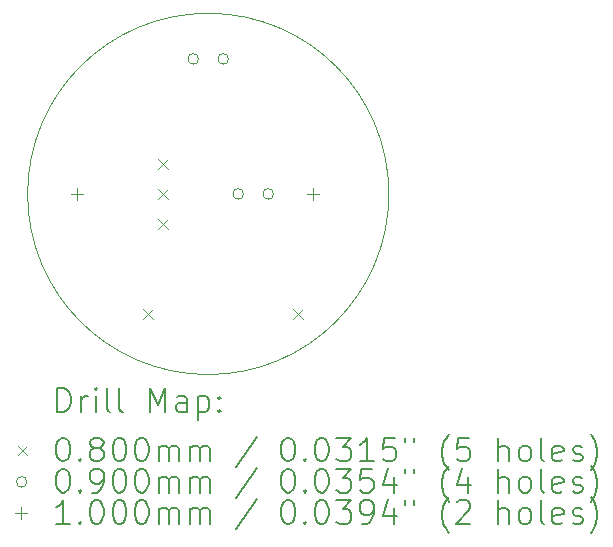
<source format=gbr>
%TF.GenerationSoftware,KiCad,Pcbnew,6.0.7*%
%TF.CreationDate,2022-09-06T10:13:32+02:00*%
%TF.ProjectId,gluhwurmchen,676c7568-7775-4726-9d63-68656e2e6b69,rev?*%
%TF.SameCoordinates,Original*%
%TF.FileFunction,Drillmap*%
%TF.FilePolarity,Positive*%
%FSLAX45Y45*%
G04 Gerber Fmt 4.5, Leading zero omitted, Abs format (unit mm)*
G04 Created by KiCad (PCBNEW 6.0.7) date 2022-09-06 10:13:32*
%MOMM*%
%LPD*%
G01*
G04 APERTURE LIST*
%ADD10C,0.100000*%
%ADD11C,0.200000*%
%ADD12C,0.080000*%
%ADD13C,0.090000*%
G04 APERTURE END LIST*
D10*
X9784283Y-8890000D02*
G75*
G03*
X9784283Y-8890000I-1529283J0D01*
G01*
D11*
D12*
X7707000Y-9866000D02*
X7787000Y-9946000D01*
X7787000Y-9866000D02*
X7707000Y-9946000D01*
X7834000Y-8596000D02*
X7914000Y-8676000D01*
X7914000Y-8596000D02*
X7834000Y-8676000D01*
X7834000Y-8850000D02*
X7914000Y-8930000D01*
X7914000Y-8850000D02*
X7834000Y-8930000D01*
X7834000Y-9104000D02*
X7914000Y-9184000D01*
X7914000Y-9104000D02*
X7834000Y-9184000D01*
X8977000Y-9866000D02*
X9057000Y-9946000D01*
X9057000Y-9866000D02*
X8977000Y-9946000D01*
D13*
X8173000Y-7747000D02*
G75*
G03*
X8173000Y-7747000I-45000J0D01*
G01*
X8427000Y-7747000D02*
G75*
G03*
X8427000Y-7747000I-45000J0D01*
G01*
X8554000Y-8890000D02*
G75*
G03*
X8554000Y-8890000I-45000J0D01*
G01*
X8808000Y-8890000D02*
G75*
G03*
X8808000Y-8890000I-45000J0D01*
G01*
D10*
X7144000Y-8840000D02*
X7144000Y-8940000D01*
X7094000Y-8890000D02*
X7194000Y-8890000D01*
X9144000Y-8840000D02*
X9144000Y-8940000D01*
X9094000Y-8890000D02*
X9194000Y-8890000D01*
D11*
X6978336Y-10734759D02*
X6978336Y-10534759D01*
X7025955Y-10534759D01*
X7054527Y-10544283D01*
X7073575Y-10563330D01*
X7083098Y-10582378D01*
X7092622Y-10620473D01*
X7092622Y-10649044D01*
X7083098Y-10687140D01*
X7073575Y-10706187D01*
X7054527Y-10725235D01*
X7025955Y-10734759D01*
X6978336Y-10734759D01*
X7178336Y-10734759D02*
X7178336Y-10601425D01*
X7178336Y-10639521D02*
X7187860Y-10620473D01*
X7197384Y-10610949D01*
X7216432Y-10601425D01*
X7235479Y-10601425D01*
X7302146Y-10734759D02*
X7302146Y-10601425D01*
X7302146Y-10534759D02*
X7292622Y-10544283D01*
X7302146Y-10553806D01*
X7311670Y-10544283D01*
X7302146Y-10534759D01*
X7302146Y-10553806D01*
X7425955Y-10734759D02*
X7406908Y-10725235D01*
X7397384Y-10706187D01*
X7397384Y-10534759D01*
X7530717Y-10734759D02*
X7511670Y-10725235D01*
X7502146Y-10706187D01*
X7502146Y-10534759D01*
X7759289Y-10734759D02*
X7759289Y-10534759D01*
X7825955Y-10677616D01*
X7892622Y-10534759D01*
X7892622Y-10734759D01*
X8073575Y-10734759D02*
X8073575Y-10629997D01*
X8064051Y-10610949D01*
X8045003Y-10601425D01*
X8006908Y-10601425D01*
X7987860Y-10610949D01*
X8073575Y-10725235D02*
X8054527Y-10734759D01*
X8006908Y-10734759D01*
X7987860Y-10725235D01*
X7978336Y-10706187D01*
X7978336Y-10687140D01*
X7987860Y-10668092D01*
X8006908Y-10658568D01*
X8054527Y-10658568D01*
X8073575Y-10649044D01*
X8168813Y-10601425D02*
X8168813Y-10801425D01*
X8168813Y-10610949D02*
X8187860Y-10601425D01*
X8225955Y-10601425D01*
X8245003Y-10610949D01*
X8254527Y-10620473D01*
X8264051Y-10639521D01*
X8264051Y-10696663D01*
X8254527Y-10715711D01*
X8245003Y-10725235D01*
X8225955Y-10734759D01*
X8187860Y-10734759D01*
X8168813Y-10725235D01*
X8349765Y-10715711D02*
X8359289Y-10725235D01*
X8349765Y-10734759D01*
X8340241Y-10725235D01*
X8349765Y-10715711D01*
X8349765Y-10734759D01*
X8349765Y-10610949D02*
X8359289Y-10620473D01*
X8349765Y-10629997D01*
X8340241Y-10620473D01*
X8349765Y-10610949D01*
X8349765Y-10629997D01*
D12*
X6640717Y-11024283D02*
X6720717Y-11104283D01*
X6720717Y-11024283D02*
X6640717Y-11104283D01*
D11*
X7016432Y-10954759D02*
X7035479Y-10954759D01*
X7054527Y-10964283D01*
X7064051Y-10973806D01*
X7073575Y-10992854D01*
X7083098Y-11030949D01*
X7083098Y-11078568D01*
X7073575Y-11116663D01*
X7064051Y-11135711D01*
X7054527Y-11145235D01*
X7035479Y-11154759D01*
X7016432Y-11154759D01*
X6997384Y-11145235D01*
X6987860Y-11135711D01*
X6978336Y-11116663D01*
X6968813Y-11078568D01*
X6968813Y-11030949D01*
X6978336Y-10992854D01*
X6987860Y-10973806D01*
X6997384Y-10964283D01*
X7016432Y-10954759D01*
X7168813Y-11135711D02*
X7178336Y-11145235D01*
X7168813Y-11154759D01*
X7159289Y-11145235D01*
X7168813Y-11135711D01*
X7168813Y-11154759D01*
X7292622Y-11040473D02*
X7273575Y-11030949D01*
X7264051Y-11021425D01*
X7254527Y-11002378D01*
X7254527Y-10992854D01*
X7264051Y-10973806D01*
X7273575Y-10964283D01*
X7292622Y-10954759D01*
X7330717Y-10954759D01*
X7349765Y-10964283D01*
X7359289Y-10973806D01*
X7368813Y-10992854D01*
X7368813Y-11002378D01*
X7359289Y-11021425D01*
X7349765Y-11030949D01*
X7330717Y-11040473D01*
X7292622Y-11040473D01*
X7273575Y-11049997D01*
X7264051Y-11059521D01*
X7254527Y-11078568D01*
X7254527Y-11116663D01*
X7264051Y-11135711D01*
X7273575Y-11145235D01*
X7292622Y-11154759D01*
X7330717Y-11154759D01*
X7349765Y-11145235D01*
X7359289Y-11135711D01*
X7368813Y-11116663D01*
X7368813Y-11078568D01*
X7359289Y-11059521D01*
X7349765Y-11049997D01*
X7330717Y-11040473D01*
X7492622Y-10954759D02*
X7511670Y-10954759D01*
X7530717Y-10964283D01*
X7540241Y-10973806D01*
X7549765Y-10992854D01*
X7559289Y-11030949D01*
X7559289Y-11078568D01*
X7549765Y-11116663D01*
X7540241Y-11135711D01*
X7530717Y-11145235D01*
X7511670Y-11154759D01*
X7492622Y-11154759D01*
X7473575Y-11145235D01*
X7464051Y-11135711D01*
X7454527Y-11116663D01*
X7445003Y-11078568D01*
X7445003Y-11030949D01*
X7454527Y-10992854D01*
X7464051Y-10973806D01*
X7473575Y-10964283D01*
X7492622Y-10954759D01*
X7683098Y-10954759D02*
X7702146Y-10954759D01*
X7721194Y-10964283D01*
X7730717Y-10973806D01*
X7740241Y-10992854D01*
X7749765Y-11030949D01*
X7749765Y-11078568D01*
X7740241Y-11116663D01*
X7730717Y-11135711D01*
X7721194Y-11145235D01*
X7702146Y-11154759D01*
X7683098Y-11154759D01*
X7664051Y-11145235D01*
X7654527Y-11135711D01*
X7645003Y-11116663D01*
X7635479Y-11078568D01*
X7635479Y-11030949D01*
X7645003Y-10992854D01*
X7654527Y-10973806D01*
X7664051Y-10964283D01*
X7683098Y-10954759D01*
X7835479Y-11154759D02*
X7835479Y-11021425D01*
X7835479Y-11040473D02*
X7845003Y-11030949D01*
X7864051Y-11021425D01*
X7892622Y-11021425D01*
X7911670Y-11030949D01*
X7921194Y-11049997D01*
X7921194Y-11154759D01*
X7921194Y-11049997D02*
X7930717Y-11030949D01*
X7949765Y-11021425D01*
X7978336Y-11021425D01*
X7997384Y-11030949D01*
X8006908Y-11049997D01*
X8006908Y-11154759D01*
X8102146Y-11154759D02*
X8102146Y-11021425D01*
X8102146Y-11040473D02*
X8111670Y-11030949D01*
X8130717Y-11021425D01*
X8159289Y-11021425D01*
X8178336Y-11030949D01*
X8187860Y-11049997D01*
X8187860Y-11154759D01*
X8187860Y-11049997D02*
X8197384Y-11030949D01*
X8216432Y-11021425D01*
X8245003Y-11021425D01*
X8264051Y-11030949D01*
X8273575Y-11049997D01*
X8273575Y-11154759D01*
X8664051Y-10945235D02*
X8492622Y-11202378D01*
X8921194Y-10954759D02*
X8940241Y-10954759D01*
X8959289Y-10964283D01*
X8968813Y-10973806D01*
X8978337Y-10992854D01*
X8987860Y-11030949D01*
X8987860Y-11078568D01*
X8978337Y-11116663D01*
X8968813Y-11135711D01*
X8959289Y-11145235D01*
X8940241Y-11154759D01*
X8921194Y-11154759D01*
X8902146Y-11145235D01*
X8892622Y-11135711D01*
X8883098Y-11116663D01*
X8873575Y-11078568D01*
X8873575Y-11030949D01*
X8883098Y-10992854D01*
X8892622Y-10973806D01*
X8902146Y-10964283D01*
X8921194Y-10954759D01*
X9073575Y-11135711D02*
X9083098Y-11145235D01*
X9073575Y-11154759D01*
X9064051Y-11145235D01*
X9073575Y-11135711D01*
X9073575Y-11154759D01*
X9206908Y-10954759D02*
X9225956Y-10954759D01*
X9245003Y-10964283D01*
X9254527Y-10973806D01*
X9264051Y-10992854D01*
X9273575Y-11030949D01*
X9273575Y-11078568D01*
X9264051Y-11116663D01*
X9254527Y-11135711D01*
X9245003Y-11145235D01*
X9225956Y-11154759D01*
X9206908Y-11154759D01*
X9187860Y-11145235D01*
X9178337Y-11135711D01*
X9168813Y-11116663D01*
X9159289Y-11078568D01*
X9159289Y-11030949D01*
X9168813Y-10992854D01*
X9178337Y-10973806D01*
X9187860Y-10964283D01*
X9206908Y-10954759D01*
X9340241Y-10954759D02*
X9464051Y-10954759D01*
X9397384Y-11030949D01*
X9425956Y-11030949D01*
X9445003Y-11040473D01*
X9454527Y-11049997D01*
X9464051Y-11069044D01*
X9464051Y-11116663D01*
X9454527Y-11135711D01*
X9445003Y-11145235D01*
X9425956Y-11154759D01*
X9368813Y-11154759D01*
X9349765Y-11145235D01*
X9340241Y-11135711D01*
X9654527Y-11154759D02*
X9540241Y-11154759D01*
X9597384Y-11154759D02*
X9597384Y-10954759D01*
X9578337Y-10983330D01*
X9559289Y-11002378D01*
X9540241Y-11011902D01*
X9835479Y-10954759D02*
X9740241Y-10954759D01*
X9730717Y-11049997D01*
X9740241Y-11040473D01*
X9759289Y-11030949D01*
X9806908Y-11030949D01*
X9825956Y-11040473D01*
X9835479Y-11049997D01*
X9845003Y-11069044D01*
X9845003Y-11116663D01*
X9835479Y-11135711D01*
X9825956Y-11145235D01*
X9806908Y-11154759D01*
X9759289Y-11154759D01*
X9740241Y-11145235D01*
X9730717Y-11135711D01*
X9921194Y-10954759D02*
X9921194Y-10992854D01*
X9997384Y-10954759D02*
X9997384Y-10992854D01*
X10292622Y-11230949D02*
X10283098Y-11221425D01*
X10264051Y-11192854D01*
X10254527Y-11173806D01*
X10245003Y-11145235D01*
X10235479Y-11097616D01*
X10235479Y-11059521D01*
X10245003Y-11011902D01*
X10254527Y-10983330D01*
X10264051Y-10964283D01*
X10283098Y-10935711D01*
X10292622Y-10926187D01*
X10464051Y-10954759D02*
X10368813Y-10954759D01*
X10359289Y-11049997D01*
X10368813Y-11040473D01*
X10387860Y-11030949D01*
X10435479Y-11030949D01*
X10454527Y-11040473D01*
X10464051Y-11049997D01*
X10473575Y-11069044D01*
X10473575Y-11116663D01*
X10464051Y-11135711D01*
X10454527Y-11145235D01*
X10435479Y-11154759D01*
X10387860Y-11154759D01*
X10368813Y-11145235D01*
X10359289Y-11135711D01*
X10711670Y-11154759D02*
X10711670Y-10954759D01*
X10797384Y-11154759D02*
X10797384Y-11049997D01*
X10787860Y-11030949D01*
X10768813Y-11021425D01*
X10740241Y-11021425D01*
X10721194Y-11030949D01*
X10711670Y-11040473D01*
X10921194Y-11154759D02*
X10902146Y-11145235D01*
X10892622Y-11135711D01*
X10883098Y-11116663D01*
X10883098Y-11059521D01*
X10892622Y-11040473D01*
X10902146Y-11030949D01*
X10921194Y-11021425D01*
X10949765Y-11021425D01*
X10968813Y-11030949D01*
X10978337Y-11040473D01*
X10987860Y-11059521D01*
X10987860Y-11116663D01*
X10978337Y-11135711D01*
X10968813Y-11145235D01*
X10949765Y-11154759D01*
X10921194Y-11154759D01*
X11102146Y-11154759D02*
X11083098Y-11145235D01*
X11073575Y-11126187D01*
X11073575Y-10954759D01*
X11254527Y-11145235D02*
X11235479Y-11154759D01*
X11197384Y-11154759D01*
X11178337Y-11145235D01*
X11168813Y-11126187D01*
X11168813Y-11049997D01*
X11178337Y-11030949D01*
X11197384Y-11021425D01*
X11235479Y-11021425D01*
X11254527Y-11030949D01*
X11264051Y-11049997D01*
X11264051Y-11069044D01*
X11168813Y-11088092D01*
X11340241Y-11145235D02*
X11359289Y-11154759D01*
X11397384Y-11154759D01*
X11416432Y-11145235D01*
X11425955Y-11126187D01*
X11425955Y-11116663D01*
X11416432Y-11097616D01*
X11397384Y-11088092D01*
X11368813Y-11088092D01*
X11349765Y-11078568D01*
X11340241Y-11059521D01*
X11340241Y-11049997D01*
X11349765Y-11030949D01*
X11368813Y-11021425D01*
X11397384Y-11021425D01*
X11416432Y-11030949D01*
X11492622Y-11230949D02*
X11502146Y-11221425D01*
X11521194Y-11192854D01*
X11530717Y-11173806D01*
X11540241Y-11145235D01*
X11549765Y-11097616D01*
X11549765Y-11059521D01*
X11540241Y-11011902D01*
X11530717Y-10983330D01*
X11521194Y-10964283D01*
X11502146Y-10935711D01*
X11492622Y-10926187D01*
D13*
X6720717Y-11328282D02*
G75*
G03*
X6720717Y-11328282I-45000J0D01*
G01*
D11*
X7016432Y-11218759D02*
X7035479Y-11218759D01*
X7054527Y-11228282D01*
X7064051Y-11237806D01*
X7073575Y-11256854D01*
X7083098Y-11294949D01*
X7083098Y-11342568D01*
X7073575Y-11380663D01*
X7064051Y-11399711D01*
X7054527Y-11409235D01*
X7035479Y-11418759D01*
X7016432Y-11418759D01*
X6997384Y-11409235D01*
X6987860Y-11399711D01*
X6978336Y-11380663D01*
X6968813Y-11342568D01*
X6968813Y-11294949D01*
X6978336Y-11256854D01*
X6987860Y-11237806D01*
X6997384Y-11228282D01*
X7016432Y-11218759D01*
X7168813Y-11399711D02*
X7178336Y-11409235D01*
X7168813Y-11418759D01*
X7159289Y-11409235D01*
X7168813Y-11399711D01*
X7168813Y-11418759D01*
X7273575Y-11418759D02*
X7311670Y-11418759D01*
X7330717Y-11409235D01*
X7340241Y-11399711D01*
X7359289Y-11371140D01*
X7368813Y-11333044D01*
X7368813Y-11256854D01*
X7359289Y-11237806D01*
X7349765Y-11228282D01*
X7330717Y-11218759D01*
X7292622Y-11218759D01*
X7273575Y-11228282D01*
X7264051Y-11237806D01*
X7254527Y-11256854D01*
X7254527Y-11304473D01*
X7264051Y-11323520D01*
X7273575Y-11333044D01*
X7292622Y-11342568D01*
X7330717Y-11342568D01*
X7349765Y-11333044D01*
X7359289Y-11323520D01*
X7368813Y-11304473D01*
X7492622Y-11218759D02*
X7511670Y-11218759D01*
X7530717Y-11228282D01*
X7540241Y-11237806D01*
X7549765Y-11256854D01*
X7559289Y-11294949D01*
X7559289Y-11342568D01*
X7549765Y-11380663D01*
X7540241Y-11399711D01*
X7530717Y-11409235D01*
X7511670Y-11418759D01*
X7492622Y-11418759D01*
X7473575Y-11409235D01*
X7464051Y-11399711D01*
X7454527Y-11380663D01*
X7445003Y-11342568D01*
X7445003Y-11294949D01*
X7454527Y-11256854D01*
X7464051Y-11237806D01*
X7473575Y-11228282D01*
X7492622Y-11218759D01*
X7683098Y-11218759D02*
X7702146Y-11218759D01*
X7721194Y-11228282D01*
X7730717Y-11237806D01*
X7740241Y-11256854D01*
X7749765Y-11294949D01*
X7749765Y-11342568D01*
X7740241Y-11380663D01*
X7730717Y-11399711D01*
X7721194Y-11409235D01*
X7702146Y-11418759D01*
X7683098Y-11418759D01*
X7664051Y-11409235D01*
X7654527Y-11399711D01*
X7645003Y-11380663D01*
X7635479Y-11342568D01*
X7635479Y-11294949D01*
X7645003Y-11256854D01*
X7654527Y-11237806D01*
X7664051Y-11228282D01*
X7683098Y-11218759D01*
X7835479Y-11418759D02*
X7835479Y-11285425D01*
X7835479Y-11304473D02*
X7845003Y-11294949D01*
X7864051Y-11285425D01*
X7892622Y-11285425D01*
X7911670Y-11294949D01*
X7921194Y-11313997D01*
X7921194Y-11418759D01*
X7921194Y-11313997D02*
X7930717Y-11294949D01*
X7949765Y-11285425D01*
X7978336Y-11285425D01*
X7997384Y-11294949D01*
X8006908Y-11313997D01*
X8006908Y-11418759D01*
X8102146Y-11418759D02*
X8102146Y-11285425D01*
X8102146Y-11304473D02*
X8111670Y-11294949D01*
X8130717Y-11285425D01*
X8159289Y-11285425D01*
X8178336Y-11294949D01*
X8187860Y-11313997D01*
X8187860Y-11418759D01*
X8187860Y-11313997D02*
X8197384Y-11294949D01*
X8216432Y-11285425D01*
X8245003Y-11285425D01*
X8264051Y-11294949D01*
X8273575Y-11313997D01*
X8273575Y-11418759D01*
X8664051Y-11209235D02*
X8492622Y-11466378D01*
X8921194Y-11218759D02*
X8940241Y-11218759D01*
X8959289Y-11228282D01*
X8968813Y-11237806D01*
X8978337Y-11256854D01*
X8987860Y-11294949D01*
X8987860Y-11342568D01*
X8978337Y-11380663D01*
X8968813Y-11399711D01*
X8959289Y-11409235D01*
X8940241Y-11418759D01*
X8921194Y-11418759D01*
X8902146Y-11409235D01*
X8892622Y-11399711D01*
X8883098Y-11380663D01*
X8873575Y-11342568D01*
X8873575Y-11294949D01*
X8883098Y-11256854D01*
X8892622Y-11237806D01*
X8902146Y-11228282D01*
X8921194Y-11218759D01*
X9073575Y-11399711D02*
X9083098Y-11409235D01*
X9073575Y-11418759D01*
X9064051Y-11409235D01*
X9073575Y-11399711D01*
X9073575Y-11418759D01*
X9206908Y-11218759D02*
X9225956Y-11218759D01*
X9245003Y-11228282D01*
X9254527Y-11237806D01*
X9264051Y-11256854D01*
X9273575Y-11294949D01*
X9273575Y-11342568D01*
X9264051Y-11380663D01*
X9254527Y-11399711D01*
X9245003Y-11409235D01*
X9225956Y-11418759D01*
X9206908Y-11418759D01*
X9187860Y-11409235D01*
X9178337Y-11399711D01*
X9168813Y-11380663D01*
X9159289Y-11342568D01*
X9159289Y-11294949D01*
X9168813Y-11256854D01*
X9178337Y-11237806D01*
X9187860Y-11228282D01*
X9206908Y-11218759D01*
X9340241Y-11218759D02*
X9464051Y-11218759D01*
X9397384Y-11294949D01*
X9425956Y-11294949D01*
X9445003Y-11304473D01*
X9454527Y-11313997D01*
X9464051Y-11333044D01*
X9464051Y-11380663D01*
X9454527Y-11399711D01*
X9445003Y-11409235D01*
X9425956Y-11418759D01*
X9368813Y-11418759D01*
X9349765Y-11409235D01*
X9340241Y-11399711D01*
X9645003Y-11218759D02*
X9549765Y-11218759D01*
X9540241Y-11313997D01*
X9549765Y-11304473D01*
X9568813Y-11294949D01*
X9616432Y-11294949D01*
X9635479Y-11304473D01*
X9645003Y-11313997D01*
X9654527Y-11333044D01*
X9654527Y-11380663D01*
X9645003Y-11399711D01*
X9635479Y-11409235D01*
X9616432Y-11418759D01*
X9568813Y-11418759D01*
X9549765Y-11409235D01*
X9540241Y-11399711D01*
X9825956Y-11285425D02*
X9825956Y-11418759D01*
X9778337Y-11209235D02*
X9730717Y-11352092D01*
X9854527Y-11352092D01*
X9921194Y-11218759D02*
X9921194Y-11256854D01*
X9997384Y-11218759D02*
X9997384Y-11256854D01*
X10292622Y-11494949D02*
X10283098Y-11485425D01*
X10264051Y-11456854D01*
X10254527Y-11437806D01*
X10245003Y-11409235D01*
X10235479Y-11361616D01*
X10235479Y-11323520D01*
X10245003Y-11275901D01*
X10254527Y-11247330D01*
X10264051Y-11228282D01*
X10283098Y-11199711D01*
X10292622Y-11190187D01*
X10454527Y-11285425D02*
X10454527Y-11418759D01*
X10406908Y-11209235D02*
X10359289Y-11352092D01*
X10483098Y-11352092D01*
X10711670Y-11418759D02*
X10711670Y-11218759D01*
X10797384Y-11418759D02*
X10797384Y-11313997D01*
X10787860Y-11294949D01*
X10768813Y-11285425D01*
X10740241Y-11285425D01*
X10721194Y-11294949D01*
X10711670Y-11304473D01*
X10921194Y-11418759D02*
X10902146Y-11409235D01*
X10892622Y-11399711D01*
X10883098Y-11380663D01*
X10883098Y-11323520D01*
X10892622Y-11304473D01*
X10902146Y-11294949D01*
X10921194Y-11285425D01*
X10949765Y-11285425D01*
X10968813Y-11294949D01*
X10978337Y-11304473D01*
X10987860Y-11323520D01*
X10987860Y-11380663D01*
X10978337Y-11399711D01*
X10968813Y-11409235D01*
X10949765Y-11418759D01*
X10921194Y-11418759D01*
X11102146Y-11418759D02*
X11083098Y-11409235D01*
X11073575Y-11390187D01*
X11073575Y-11218759D01*
X11254527Y-11409235D02*
X11235479Y-11418759D01*
X11197384Y-11418759D01*
X11178337Y-11409235D01*
X11168813Y-11390187D01*
X11168813Y-11313997D01*
X11178337Y-11294949D01*
X11197384Y-11285425D01*
X11235479Y-11285425D01*
X11254527Y-11294949D01*
X11264051Y-11313997D01*
X11264051Y-11333044D01*
X11168813Y-11352092D01*
X11340241Y-11409235D02*
X11359289Y-11418759D01*
X11397384Y-11418759D01*
X11416432Y-11409235D01*
X11425955Y-11390187D01*
X11425955Y-11380663D01*
X11416432Y-11361616D01*
X11397384Y-11352092D01*
X11368813Y-11352092D01*
X11349765Y-11342568D01*
X11340241Y-11323520D01*
X11340241Y-11313997D01*
X11349765Y-11294949D01*
X11368813Y-11285425D01*
X11397384Y-11285425D01*
X11416432Y-11294949D01*
X11492622Y-11494949D02*
X11502146Y-11485425D01*
X11521194Y-11456854D01*
X11530717Y-11437806D01*
X11540241Y-11409235D01*
X11549765Y-11361616D01*
X11549765Y-11323520D01*
X11540241Y-11275901D01*
X11530717Y-11247330D01*
X11521194Y-11228282D01*
X11502146Y-11199711D01*
X11492622Y-11190187D01*
D10*
X6670717Y-11542282D02*
X6670717Y-11642282D01*
X6620717Y-11592282D02*
X6720717Y-11592282D01*
D11*
X7083098Y-11682759D02*
X6968813Y-11682759D01*
X7025955Y-11682759D02*
X7025955Y-11482759D01*
X7006908Y-11511330D01*
X6987860Y-11530378D01*
X6968813Y-11539901D01*
X7168813Y-11663711D02*
X7178336Y-11673235D01*
X7168813Y-11682759D01*
X7159289Y-11673235D01*
X7168813Y-11663711D01*
X7168813Y-11682759D01*
X7302146Y-11482759D02*
X7321194Y-11482759D01*
X7340241Y-11492282D01*
X7349765Y-11501806D01*
X7359289Y-11520854D01*
X7368813Y-11558949D01*
X7368813Y-11606568D01*
X7359289Y-11644663D01*
X7349765Y-11663711D01*
X7340241Y-11673235D01*
X7321194Y-11682759D01*
X7302146Y-11682759D01*
X7283098Y-11673235D01*
X7273575Y-11663711D01*
X7264051Y-11644663D01*
X7254527Y-11606568D01*
X7254527Y-11558949D01*
X7264051Y-11520854D01*
X7273575Y-11501806D01*
X7283098Y-11492282D01*
X7302146Y-11482759D01*
X7492622Y-11482759D02*
X7511670Y-11482759D01*
X7530717Y-11492282D01*
X7540241Y-11501806D01*
X7549765Y-11520854D01*
X7559289Y-11558949D01*
X7559289Y-11606568D01*
X7549765Y-11644663D01*
X7540241Y-11663711D01*
X7530717Y-11673235D01*
X7511670Y-11682759D01*
X7492622Y-11682759D01*
X7473575Y-11673235D01*
X7464051Y-11663711D01*
X7454527Y-11644663D01*
X7445003Y-11606568D01*
X7445003Y-11558949D01*
X7454527Y-11520854D01*
X7464051Y-11501806D01*
X7473575Y-11492282D01*
X7492622Y-11482759D01*
X7683098Y-11482759D02*
X7702146Y-11482759D01*
X7721194Y-11492282D01*
X7730717Y-11501806D01*
X7740241Y-11520854D01*
X7749765Y-11558949D01*
X7749765Y-11606568D01*
X7740241Y-11644663D01*
X7730717Y-11663711D01*
X7721194Y-11673235D01*
X7702146Y-11682759D01*
X7683098Y-11682759D01*
X7664051Y-11673235D01*
X7654527Y-11663711D01*
X7645003Y-11644663D01*
X7635479Y-11606568D01*
X7635479Y-11558949D01*
X7645003Y-11520854D01*
X7654527Y-11501806D01*
X7664051Y-11492282D01*
X7683098Y-11482759D01*
X7835479Y-11682759D02*
X7835479Y-11549425D01*
X7835479Y-11568473D02*
X7845003Y-11558949D01*
X7864051Y-11549425D01*
X7892622Y-11549425D01*
X7911670Y-11558949D01*
X7921194Y-11577997D01*
X7921194Y-11682759D01*
X7921194Y-11577997D02*
X7930717Y-11558949D01*
X7949765Y-11549425D01*
X7978336Y-11549425D01*
X7997384Y-11558949D01*
X8006908Y-11577997D01*
X8006908Y-11682759D01*
X8102146Y-11682759D02*
X8102146Y-11549425D01*
X8102146Y-11568473D02*
X8111670Y-11558949D01*
X8130717Y-11549425D01*
X8159289Y-11549425D01*
X8178336Y-11558949D01*
X8187860Y-11577997D01*
X8187860Y-11682759D01*
X8187860Y-11577997D02*
X8197384Y-11558949D01*
X8216432Y-11549425D01*
X8245003Y-11549425D01*
X8264051Y-11558949D01*
X8273575Y-11577997D01*
X8273575Y-11682759D01*
X8664051Y-11473235D02*
X8492622Y-11730378D01*
X8921194Y-11482759D02*
X8940241Y-11482759D01*
X8959289Y-11492282D01*
X8968813Y-11501806D01*
X8978337Y-11520854D01*
X8987860Y-11558949D01*
X8987860Y-11606568D01*
X8978337Y-11644663D01*
X8968813Y-11663711D01*
X8959289Y-11673235D01*
X8940241Y-11682759D01*
X8921194Y-11682759D01*
X8902146Y-11673235D01*
X8892622Y-11663711D01*
X8883098Y-11644663D01*
X8873575Y-11606568D01*
X8873575Y-11558949D01*
X8883098Y-11520854D01*
X8892622Y-11501806D01*
X8902146Y-11492282D01*
X8921194Y-11482759D01*
X9073575Y-11663711D02*
X9083098Y-11673235D01*
X9073575Y-11682759D01*
X9064051Y-11673235D01*
X9073575Y-11663711D01*
X9073575Y-11682759D01*
X9206908Y-11482759D02*
X9225956Y-11482759D01*
X9245003Y-11492282D01*
X9254527Y-11501806D01*
X9264051Y-11520854D01*
X9273575Y-11558949D01*
X9273575Y-11606568D01*
X9264051Y-11644663D01*
X9254527Y-11663711D01*
X9245003Y-11673235D01*
X9225956Y-11682759D01*
X9206908Y-11682759D01*
X9187860Y-11673235D01*
X9178337Y-11663711D01*
X9168813Y-11644663D01*
X9159289Y-11606568D01*
X9159289Y-11558949D01*
X9168813Y-11520854D01*
X9178337Y-11501806D01*
X9187860Y-11492282D01*
X9206908Y-11482759D01*
X9340241Y-11482759D02*
X9464051Y-11482759D01*
X9397384Y-11558949D01*
X9425956Y-11558949D01*
X9445003Y-11568473D01*
X9454527Y-11577997D01*
X9464051Y-11597044D01*
X9464051Y-11644663D01*
X9454527Y-11663711D01*
X9445003Y-11673235D01*
X9425956Y-11682759D01*
X9368813Y-11682759D01*
X9349765Y-11673235D01*
X9340241Y-11663711D01*
X9559289Y-11682759D02*
X9597384Y-11682759D01*
X9616432Y-11673235D01*
X9625956Y-11663711D01*
X9645003Y-11635140D01*
X9654527Y-11597044D01*
X9654527Y-11520854D01*
X9645003Y-11501806D01*
X9635479Y-11492282D01*
X9616432Y-11482759D01*
X9578337Y-11482759D01*
X9559289Y-11492282D01*
X9549765Y-11501806D01*
X9540241Y-11520854D01*
X9540241Y-11568473D01*
X9549765Y-11587520D01*
X9559289Y-11597044D01*
X9578337Y-11606568D01*
X9616432Y-11606568D01*
X9635479Y-11597044D01*
X9645003Y-11587520D01*
X9654527Y-11568473D01*
X9825956Y-11549425D02*
X9825956Y-11682759D01*
X9778337Y-11473235D02*
X9730717Y-11616092D01*
X9854527Y-11616092D01*
X9921194Y-11482759D02*
X9921194Y-11520854D01*
X9997384Y-11482759D02*
X9997384Y-11520854D01*
X10292622Y-11758949D02*
X10283098Y-11749425D01*
X10264051Y-11720854D01*
X10254527Y-11701806D01*
X10245003Y-11673235D01*
X10235479Y-11625616D01*
X10235479Y-11587520D01*
X10245003Y-11539901D01*
X10254527Y-11511330D01*
X10264051Y-11492282D01*
X10283098Y-11463711D01*
X10292622Y-11454187D01*
X10359289Y-11501806D02*
X10368813Y-11492282D01*
X10387860Y-11482759D01*
X10435479Y-11482759D01*
X10454527Y-11492282D01*
X10464051Y-11501806D01*
X10473575Y-11520854D01*
X10473575Y-11539901D01*
X10464051Y-11568473D01*
X10349765Y-11682759D01*
X10473575Y-11682759D01*
X10711670Y-11682759D02*
X10711670Y-11482759D01*
X10797384Y-11682759D02*
X10797384Y-11577997D01*
X10787860Y-11558949D01*
X10768813Y-11549425D01*
X10740241Y-11549425D01*
X10721194Y-11558949D01*
X10711670Y-11568473D01*
X10921194Y-11682759D02*
X10902146Y-11673235D01*
X10892622Y-11663711D01*
X10883098Y-11644663D01*
X10883098Y-11587520D01*
X10892622Y-11568473D01*
X10902146Y-11558949D01*
X10921194Y-11549425D01*
X10949765Y-11549425D01*
X10968813Y-11558949D01*
X10978337Y-11568473D01*
X10987860Y-11587520D01*
X10987860Y-11644663D01*
X10978337Y-11663711D01*
X10968813Y-11673235D01*
X10949765Y-11682759D01*
X10921194Y-11682759D01*
X11102146Y-11682759D02*
X11083098Y-11673235D01*
X11073575Y-11654187D01*
X11073575Y-11482759D01*
X11254527Y-11673235D02*
X11235479Y-11682759D01*
X11197384Y-11682759D01*
X11178337Y-11673235D01*
X11168813Y-11654187D01*
X11168813Y-11577997D01*
X11178337Y-11558949D01*
X11197384Y-11549425D01*
X11235479Y-11549425D01*
X11254527Y-11558949D01*
X11264051Y-11577997D01*
X11264051Y-11597044D01*
X11168813Y-11616092D01*
X11340241Y-11673235D02*
X11359289Y-11682759D01*
X11397384Y-11682759D01*
X11416432Y-11673235D01*
X11425955Y-11654187D01*
X11425955Y-11644663D01*
X11416432Y-11625616D01*
X11397384Y-11616092D01*
X11368813Y-11616092D01*
X11349765Y-11606568D01*
X11340241Y-11587520D01*
X11340241Y-11577997D01*
X11349765Y-11558949D01*
X11368813Y-11549425D01*
X11397384Y-11549425D01*
X11416432Y-11558949D01*
X11492622Y-11758949D02*
X11502146Y-11749425D01*
X11521194Y-11720854D01*
X11530717Y-11701806D01*
X11540241Y-11673235D01*
X11549765Y-11625616D01*
X11549765Y-11587520D01*
X11540241Y-11539901D01*
X11530717Y-11511330D01*
X11521194Y-11492282D01*
X11502146Y-11463711D01*
X11492622Y-11454187D01*
M02*

</source>
